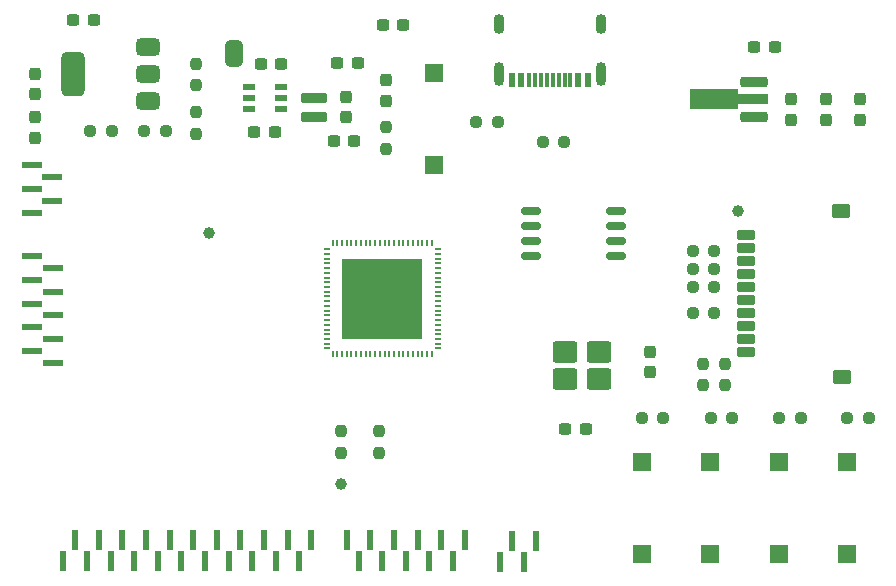
<source format=gbr>
%TF.GenerationSoftware,KiCad,Pcbnew,9.0.2*%
%TF.CreationDate,2025-06-25T14:41:33+05:30*%
%TF.ProjectId,DevBoard_F1C100s,44657642-6f61-4726-945f-463143313030,rev?*%
%TF.SameCoordinates,Original*%
%TF.FileFunction,Soldermask,Top*%
%TF.FilePolarity,Negative*%
%FSLAX46Y46*%
G04 Gerber Fmt 4.6, Leading zero omitted, Abs format (unit mm)*
G04 Created by KiCad (PCBNEW 9.0.2) date 2025-06-25 14:41:33*
%MOMM*%
%LPD*%
G01*
G04 APERTURE LIST*
G04 Aperture macros list*
%AMRoundRect*
0 Rectangle with rounded corners*
0 $1 Rounding radius*
0 $2 $3 $4 $5 $6 $7 $8 $9 X,Y pos of 4 corners*
0 Add a 4 corners polygon primitive as box body*
4,1,4,$2,$3,$4,$5,$6,$7,$8,$9,$2,$3,0*
0 Add four circle primitives for the rounded corners*
1,1,$1+$1,$2,$3*
1,1,$1+$1,$4,$5*
1,1,$1+$1,$6,$7*
1,1,$1+$1,$8,$9*
0 Add four rect primitives between the rounded corners*
20,1,$1+$1,$2,$3,$4,$5,0*
20,1,$1+$1,$4,$5,$6,$7,0*
20,1,$1+$1,$6,$7,$8,$9,0*
20,1,$1+$1,$8,$9,$2,$3,0*%
%AMFreePoly0*
4,1,9,5.362500,-0.866500,1.237500,-0.866500,1.237500,-0.450000,-1.237500,-0.450000,-1.237500,0.450000,1.237500,0.450000,1.237500,0.866500,5.362500,0.866500,5.362500,-0.866500,5.362500,-0.866500,$1*%
%AMFreePoly1*
4,1,23,0.500000,-0.750000,0.000000,-0.750000,0.000000,-0.745722,-0.065263,-0.745722,-0.191342,-0.711940,-0.304381,-0.646677,-0.396677,-0.554381,-0.461940,-0.441342,-0.495722,-0.315263,-0.495722,-0.250000,-0.500000,-0.250000,-0.500000,0.250000,-0.495722,0.250000,-0.495722,0.315263,-0.461940,0.441342,-0.396677,0.554381,-0.304381,0.646677,-0.191342,0.711940,-0.065263,0.745722,0.000000,0.745722,
0.000000,0.750000,0.500000,0.750000,0.500000,-0.750000,0.500000,-0.750000,$1*%
%AMFreePoly2*
4,1,23,0.000000,0.745722,0.065263,0.745722,0.191342,0.711940,0.304381,0.646677,0.396677,0.554381,0.461940,0.441342,0.495722,0.315263,0.495722,0.250000,0.500000,0.250000,0.500000,-0.250000,0.495722,-0.250000,0.495722,-0.315263,0.461940,-0.441342,0.396677,-0.554381,0.304381,-0.646677,0.191342,-0.711940,0.065263,-0.745722,0.000000,-0.745722,0.000000,-0.750000,-0.500000,-0.750000,
-0.500000,0.750000,0.000000,0.750000,0.000000,0.745722,0.000000,0.745722,$1*%
G04 Aperture macros list end*
%ADD10O,0.900000X1.700000*%
%ADD11O,0.900000X2.000000*%
%ADD12R,0.600000X1.160000*%
%ADD13R,0.300000X1.160000*%
%ADD14RoundRect,0.172500X-0.627500X-0.402500X0.627500X-0.402500X0.627500X0.402500X-0.627500X0.402500X0*%
%ADD15RoundRect,0.127500X-0.672500X-0.297500X0.672500X-0.297500X0.672500X0.297500X-0.672500X0.297500X0*%
%ADD16C,1.000000*%
%ADD17RoundRect,0.237500X0.237500X-0.250000X0.237500X0.250000X-0.237500X0.250000X-0.237500X-0.250000X0*%
%ADD18RoundRect,0.237500X-0.250000X-0.237500X0.250000X-0.237500X0.250000X0.237500X-0.250000X0.237500X0*%
%ADD19RoundRect,0.237500X-0.237500X0.300000X-0.237500X-0.300000X0.237500X-0.300000X0.237500X0.300000X0*%
%ADD20RoundRect,0.237500X-0.300000X-0.237500X0.300000X-0.237500X0.300000X0.237500X-0.300000X0.237500X0*%
%ADD21RoundRect,0.375000X0.625000X0.375000X-0.625000X0.375000X-0.625000X-0.375000X0.625000X-0.375000X0*%
%ADD22RoundRect,0.500000X0.500000X1.400000X-0.500000X1.400000X-0.500000X-1.400000X0.500000X-1.400000X0*%
%ADD23R,1.500000X1.500000*%
%ADD24R,6.740000X6.740000*%
%ADD25R,0.200000X0.600000*%
%ADD26R,0.600000X0.200000*%
%ADD27R,0.600000X1.750000*%
%ADD28RoundRect,0.237500X0.300000X0.237500X-0.300000X0.237500X-0.300000X-0.237500X0.300000X-0.237500X0*%
%ADD29RoundRect,0.237500X0.237500X-0.300000X0.237500X0.300000X-0.237500X0.300000X-0.237500X-0.300000X0*%
%ADD30R,1.000000X0.599999*%
%ADD31RoundRect,0.237500X-0.237500X0.250000X-0.237500X-0.250000X0.237500X-0.250000X0.237500X0.250000X0*%
%ADD32RoundRect,0.225000X0.925000X0.225000X-0.925000X0.225000X-0.925000X-0.225000X0.925000X-0.225000X0*%
%ADD33FreePoly0,180.000000*%
%ADD34RoundRect,0.250000X-0.800000X-0.650000X0.800000X-0.650000X0.800000X0.650000X-0.800000X0.650000X0*%
%ADD35RoundRect,0.237500X0.250000X0.237500X-0.250000X0.237500X-0.250000X-0.237500X0.250000X-0.237500X0*%
%ADD36R,1.750000X0.600000*%
%ADD37RoundRect,0.212500X-0.887500X0.212500X-0.887500X-0.212500X0.887500X-0.212500X0.887500X0.212500X0*%
%ADD38RoundRect,0.162500X-0.650000X-0.162500X0.650000X-0.162500X0.650000X0.162500X-0.650000X0.162500X0*%
%ADD39FreePoly1,90.000000*%
%ADD40FreePoly2,90.000000*%
G04 APERTURE END LIST*
%TO.C,JP101*%
G36*
X141712500Y-101862500D02*
G01*
X143212500Y-101862500D01*
X143212500Y-101562500D01*
X141712500Y-101562500D01*
X141712500Y-101862500D01*
G37*
%TD*%
D10*
%TO.C,J101*%
X164867500Y-99260000D03*
D11*
X164867500Y-103430000D03*
D10*
X173507500Y-99260000D03*
D11*
X173507500Y-103430000D03*
D12*
X172387500Y-104010000D03*
X171587500Y-104010000D03*
D13*
X170937500Y-104010000D03*
X169937500Y-104010000D03*
X168437500Y-104010000D03*
X167437500Y-104010000D03*
D12*
X166787500Y-104010000D03*
X165987500Y-104010000D03*
X165987500Y-104010000D03*
X166787500Y-104010000D03*
D13*
X167937500Y-104010000D03*
X168937500Y-104010000D03*
X169437500Y-104010000D03*
X170437500Y-104010000D03*
D12*
X171587500Y-104010000D03*
X172387500Y-104010000D03*
%TD*%
D14*
%TO.C,J104*%
X193850000Y-115100000D03*
X193900000Y-129100000D03*
D15*
X185800000Y-119300000D03*
X185800000Y-120400000D03*
X185800000Y-121500000D03*
X185800000Y-122600000D03*
X185800000Y-123700000D03*
X185800000Y-124800000D03*
X185800000Y-125900000D03*
X185800000Y-127000000D03*
X185800000Y-117100000D03*
X185800000Y-118200000D03*
%TD*%
D16*
%TO.C,TP3*%
X185100000Y-115100000D03*
%TD*%
D17*
%TO.C,R119*%
X184000000Y-127987500D03*
X184000000Y-129812500D03*
%TD*%
%TO.C,R118*%
X182200000Y-129812500D03*
X182200000Y-127987500D03*
%TD*%
D18*
%TO.C,R117*%
X183112500Y-123700000D03*
X181287500Y-123700000D03*
%TD*%
%TO.C,R116*%
X181287500Y-121500000D03*
X183112500Y-121500000D03*
%TD*%
%TO.C,R115*%
X181287500Y-119975000D03*
X183112500Y-119975000D03*
%TD*%
%TO.C,R114*%
X181287500Y-118450000D03*
X183112500Y-118450000D03*
%TD*%
D19*
%TO.C,C104*%
X189650000Y-107325000D03*
X189650000Y-105600000D03*
%TD*%
%TO.C,C109*%
X195425000Y-107325000D03*
X195425000Y-105600000D03*
%TD*%
D20*
%TO.C,C112*%
X128842500Y-98850000D03*
X130567500Y-98850000D03*
%TD*%
D21*
%TO.C,U101*%
X135142500Y-101170000D03*
D22*
X128842500Y-103470000D03*
D21*
X135142500Y-103470000D03*
X135142500Y-105770000D03*
%TD*%
D23*
%TO.C,SW105*%
X159350000Y-103350000D03*
X159350000Y-111150000D03*
%TD*%
D24*
%TO.C,U105*%
X155000000Y-122500000D03*
D25*
X150800000Y-117800001D03*
X151200000Y-117800000D03*
X151600000Y-117800000D03*
X152000000Y-117800000D03*
X152399999Y-117800000D03*
X152800000Y-117800000D03*
X153200000Y-117800000D03*
X153600000Y-117800001D03*
X154000000Y-117800000D03*
X154400000Y-117800000D03*
X154800001Y-117800000D03*
X155199999Y-117800000D03*
X155600000Y-117800000D03*
X156000000Y-117800000D03*
X156400000Y-117800001D03*
X156800000Y-117800000D03*
X157200000Y-117800000D03*
X157600001Y-117800000D03*
X158000000Y-117800000D03*
X158400000Y-117800000D03*
X158800000Y-117800000D03*
X159200000Y-117800001D03*
D26*
X159699999Y-118300000D03*
X159700000Y-118700000D03*
X159700000Y-119100000D03*
X159700000Y-119500000D03*
X159700000Y-119899999D03*
X159700000Y-120300000D03*
X159700000Y-120700000D03*
X159699999Y-121100000D03*
X159700000Y-121500000D03*
X159700000Y-121900000D03*
X159700000Y-122300001D03*
X159700000Y-122699999D03*
X159700000Y-123100000D03*
X159700000Y-123500000D03*
X159699999Y-123900000D03*
X159700000Y-124300000D03*
X159700000Y-124700000D03*
X159700000Y-125100001D03*
X159700000Y-125500000D03*
X159700000Y-125900000D03*
X159700000Y-126300000D03*
X159699999Y-126700000D03*
D25*
X159200000Y-127199999D03*
X158800000Y-127200000D03*
X158400000Y-127200000D03*
X158000000Y-127200000D03*
X157600001Y-127200000D03*
X157200000Y-127200000D03*
X156800000Y-127200000D03*
X156400000Y-127199999D03*
X156000000Y-127200000D03*
X155600000Y-127200000D03*
X155199999Y-127200000D03*
X154800001Y-127200000D03*
X154400000Y-127200000D03*
X154000000Y-127200000D03*
X153600000Y-127199999D03*
X153200000Y-127200000D03*
X152800000Y-127200000D03*
X152399999Y-127200000D03*
X152000000Y-127200000D03*
X151600000Y-127200000D03*
X151200000Y-127200000D03*
X150800000Y-127199999D03*
D26*
X150300001Y-126700000D03*
X150300000Y-126300000D03*
X150300000Y-125900000D03*
X150300000Y-125500000D03*
X150300000Y-125100001D03*
X150300000Y-124700000D03*
X150300000Y-124300000D03*
X150300001Y-123900000D03*
X150300000Y-123500000D03*
X150300000Y-123100000D03*
X150300000Y-122699999D03*
X150300000Y-122300001D03*
X150300000Y-121900000D03*
X150300000Y-121500000D03*
X150300001Y-121100000D03*
X150300000Y-120700000D03*
X150300000Y-120300000D03*
X150300000Y-119899999D03*
X150300000Y-119500000D03*
X150300000Y-119100000D03*
X150300000Y-118700000D03*
X150300001Y-118300000D03*
%TD*%
D27*
%TO.C,J105*%
X168000000Y-143005000D03*
X167000000Y-144755000D03*
X166000000Y-143005000D03*
X165000000Y-144755000D03*
%TD*%
D18*
%TO.C,R108*%
X182800000Y-132600000D03*
X184625000Y-132600000D03*
%TD*%
D28*
%TO.C,C115*%
X152625000Y-109150000D03*
X150900000Y-109150000D03*
%TD*%
D17*
%TO.C,R113*%
X154700000Y-135512500D03*
X154700000Y-133687500D03*
%TD*%
D16*
%TO.C,TP1*%
X140300000Y-116900000D03*
%TD*%
D27*
%TO.C,J103*%
X162000000Y-142950000D03*
X161000000Y-144700000D03*
X160000000Y-142950000D03*
X159000000Y-144700000D03*
X158000000Y-142950000D03*
X157000000Y-144700000D03*
X156000000Y-142950000D03*
X155000000Y-144700000D03*
X154000000Y-142950000D03*
X153000000Y-144700000D03*
X152000000Y-142950000D03*
%TD*%
D29*
%TO.C,C114*%
X177700000Y-128702500D03*
X177700000Y-126977500D03*
%TD*%
D30*
%TO.C,U103*%
X146455001Y-106425001D03*
X146455001Y-105475000D03*
X146455001Y-104525002D03*
X143705001Y-104525002D03*
X143705001Y-105475000D03*
X143705001Y-106425001D03*
%TD*%
D18*
%TO.C,R110*%
X188600000Y-132600000D03*
X190425000Y-132600000D03*
%TD*%
D23*
%TO.C,SW102*%
X177000000Y-136300000D03*
X177000000Y-144100000D03*
%TD*%
D18*
%TO.C,R101*%
X130305000Y-108310000D03*
X132130000Y-108310000D03*
%TD*%
D16*
%TO.C,TP2*%
X151500000Y-138200000D03*
%TD*%
D17*
%TO.C,R105*%
X139262500Y-108525000D03*
X139262500Y-106700000D03*
%TD*%
D20*
%TO.C,C101*%
X155075000Y-99300000D03*
X156800000Y-99300000D03*
%TD*%
D31*
%TO.C,R112*%
X151500000Y-133687500D03*
X151500000Y-135512500D03*
%TD*%
D32*
%TO.C,U102*%
X186500000Y-107100000D03*
D33*
X186412500Y-105600000D03*
D32*
X186500000Y-104100000D03*
%TD*%
D17*
%TO.C,R106*%
X139262500Y-104425000D03*
X139262500Y-102600000D03*
%TD*%
D18*
%TO.C,R102*%
X134875000Y-108300000D03*
X136700000Y-108300000D03*
%TD*%
D19*
%TO.C,C105*%
X125600000Y-103470000D03*
X125600000Y-105195000D03*
%TD*%
D23*
%TO.C,SW103*%
X188595239Y-136300000D03*
X188595239Y-144100000D03*
%TD*%
D20*
%TO.C,C111*%
X170500000Y-133487500D03*
X172225000Y-133487500D03*
%TD*%
D34*
%TO.C,Y101*%
X170500000Y-129277500D03*
X173400000Y-129277500D03*
X173400000Y-126977500D03*
X170500000Y-126977500D03*
%TD*%
D27*
%TO.C,J102*%
X128000000Y-144700000D03*
X129000000Y-142950000D03*
X130000000Y-144700000D03*
X131000000Y-142950000D03*
X132000000Y-144700000D03*
X133000000Y-142950000D03*
X134000000Y-144700000D03*
X135000000Y-142950000D03*
X136000000Y-144700000D03*
X137000000Y-142950000D03*
X138000000Y-144700000D03*
X139000000Y-142950000D03*
X140000000Y-144700000D03*
X141000000Y-142950000D03*
X142000000Y-144700000D03*
X143000000Y-142950000D03*
X144000000Y-144700000D03*
X145000000Y-142950000D03*
X146000000Y-144700000D03*
X147000000Y-142950000D03*
X148000000Y-144700000D03*
X149000000Y-142950000D03*
%TD*%
D35*
%TO.C,R103*%
X164800000Y-107500000D03*
X162975000Y-107500000D03*
%TD*%
D18*
%TO.C,R109*%
X176987500Y-132600000D03*
X178812500Y-132600000D03*
%TD*%
D28*
%TO.C,C103*%
X146462500Y-102600000D03*
X144737500Y-102600000D03*
%TD*%
D20*
%TO.C,C106*%
X144175000Y-108400000D03*
X145900000Y-108400000D03*
%TD*%
D19*
%TO.C,C108*%
X192537500Y-105600000D03*
X192537500Y-107325000D03*
%TD*%
%TO.C,C110*%
X125600000Y-107137500D03*
X125600000Y-108862500D03*
%TD*%
D36*
%TO.C,J106*%
X125350000Y-118900000D03*
X127100000Y-119900000D03*
X125350000Y-120900000D03*
X127100000Y-121900000D03*
X125350000Y-122900000D03*
X127100000Y-123900000D03*
X125350000Y-124900000D03*
X127100000Y-125900000D03*
X125350000Y-126900000D03*
X127100000Y-127900000D03*
%TD*%
D18*
%TO.C,R111*%
X194387500Y-132600000D03*
X196212500Y-132600000D03*
%TD*%
D37*
%TO.C,L101*%
X149200000Y-105475000D03*
X149200000Y-107125000D03*
%TD*%
D23*
%TO.C,SW104*%
X194392858Y-136300000D03*
X194392858Y-144100000D03*
%TD*%
D35*
%TO.C,R104*%
X170400000Y-109200000D03*
X168575000Y-109200000D03*
%TD*%
D23*
%TO.C,SW101*%
X182797619Y-136300000D03*
X182797619Y-144100000D03*
%TD*%
D36*
%TO.C,J108*%
X125325000Y-111200000D03*
X127075000Y-112200000D03*
X125325000Y-113200000D03*
X127075000Y-114200000D03*
X125325000Y-115200000D03*
%TD*%
D29*
%TO.C,C116*%
X155339649Y-105708211D03*
X155339649Y-103983211D03*
%TD*%
%TO.C,C107*%
X151900000Y-107125000D03*
X151900000Y-105400000D03*
%TD*%
D38*
%TO.C,U104*%
X167612500Y-115095000D03*
X167612500Y-116365000D03*
X167612500Y-117635000D03*
X167612500Y-118905000D03*
X174787500Y-118905000D03*
X174787500Y-117635000D03*
X174787500Y-116365000D03*
X174787500Y-115095000D03*
%TD*%
D28*
%TO.C,C113*%
X152912500Y-102550000D03*
X151187500Y-102550000D03*
%TD*%
D20*
%TO.C,C102*%
X186500000Y-101170000D03*
X188225000Y-101170000D03*
%TD*%
D39*
%TO.C,JP101*%
X142462500Y-102362500D03*
D40*
X142462500Y-101062500D03*
%TD*%
D17*
%TO.C,R107*%
X155339649Y-109795711D03*
X155339649Y-107970711D03*
%TD*%
M02*

</source>
